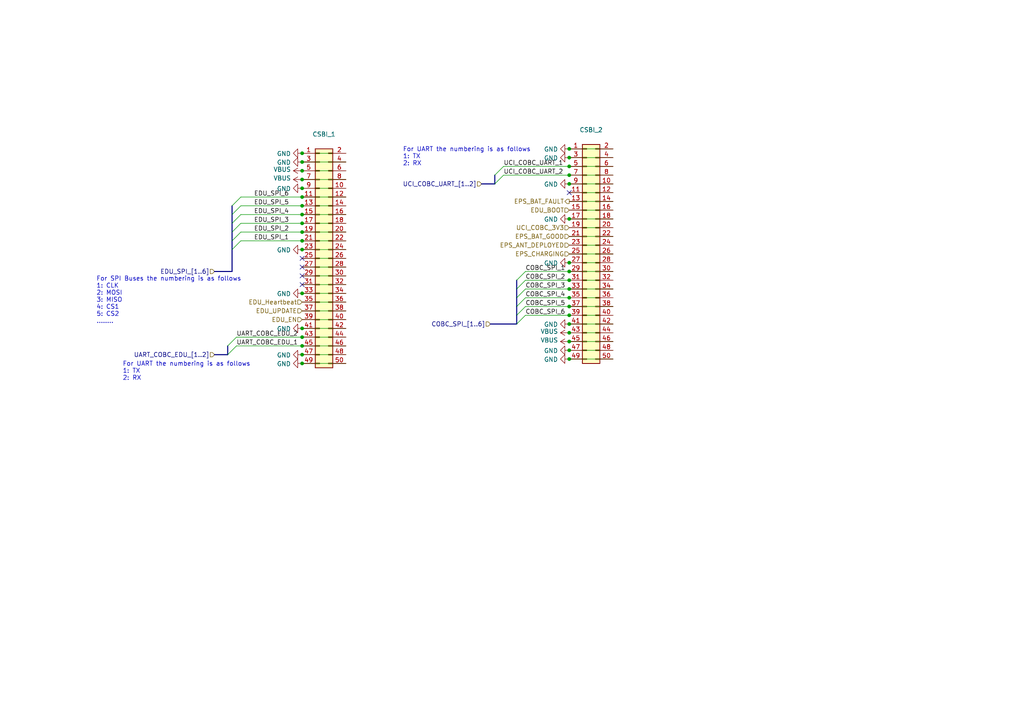
<source format=kicad_sch>
(kicad_sch (version 20211123) (generator eeschema)
  (paper "A4")
  (title_block (title "STS1_connectors") (date "21.02.2021") (rev "1.0") (company "TU Wien Space Team"))
  (lib_symbols
    (symbol "Connector_Generic:Conn_02x25_Odd_Even" (pin_names (offset 1.016) hide)
      (property "Reference" "J" (at 1.27 33.02 0))
      (property "Value" "Conn_02x25_Odd_Even" (at 1.27 -33.02 0))
      (symbol "Conn_02x25_Odd_Even_1_1"
        (rectangle (start -1.27 -30.353) (end 0 -30.607) (stroke (width 0.1524)))
        (rectangle (start -1.27 -27.813) (end 0 -28.067) (stroke (width 0.1524)))
        (rectangle (start -1.27 -25.273) (end 0 -25.527) (stroke (width 0.1524)))
        (rectangle (start -1.27 -22.733) (end 0 -22.987) (stroke (width 0.1524)))
        (rectangle (start -1.27 -20.193) (end 0 -20.447) (stroke (width 0.1524)))
        (rectangle (start -1.27 -17.653) (end 0 -17.907) (stroke (width 0.1524)))
        (rectangle (start -1.27 -15.113) (end 0 -15.367) (stroke (width 0.1524)))
        (rectangle (start -1.27 -12.573) (end 0 -12.827) (stroke (width 0.1524)))
        (rectangle (start -1.27 -10.033) (end 0 -10.287) (stroke (width 0.1524)))
        (rectangle (start -1.27 -7.493) (end 0 -7.747) (stroke (width 0.1524)))
        (rectangle (start -1.27 -4.953) (end 0 -5.207) (stroke (width 0.1524)))
        (rectangle (start -1.27 -2.413) (end 0 -2.667) (stroke (width 0.1524)))
        (rectangle (start -1.27 0.127) (end 0 -0.127) (stroke (width 0.1524)))
        (rectangle (start -1.27 2.667) (end 0 2.413) (stroke (width 0.1524)))
        (rectangle (start -1.27 5.207) (end 0 4.953) (stroke (width 0.1524)))
        (rectangle (start -1.27 7.747) (end 0 7.493) (stroke (width 0.1524)))
        (rectangle (start -1.27 10.287) (end 0 10.033) (stroke (width 0.1524)))
        (rectangle (start -1.27 12.827) (end 0 12.573) (stroke (width 0.1524)))
        (rectangle (start -1.27 15.367) (end 0 15.113) (stroke (width 0.1524)))
        (rectangle (start -1.27 17.907) (end 0 17.653) (stroke (width 0.1524)))
        (rectangle (start -1.27 20.447) (end 0 20.193) (stroke (width 0.1524)))
        (rectangle (start -1.27 22.987) (end 0 22.733) (stroke (width 0.1524)))
        (rectangle (start -1.27 25.527) (end 0 25.273) (stroke (width 0.1524)))
        (rectangle (start -1.27 28.067) (end 0 27.813) (stroke (width 0.1524)))
        (rectangle (start -1.27 30.607) (end 0 30.353) (stroke (width 0.1524)))
        (rectangle (start -1.27 31.75) (end 3.81 -31.75) (stroke (width 0.254)) (fill (type background)))
        (rectangle (start 3.81 -30.353) (end 2.54 -30.607) (stroke (width 0.1524)))
        (rectangle (start 3.81 -27.813) (end 2.54 -28.067) (stroke (width 0.1524)))
        (rectangle (start 3.81 -25.273) (end 2.54 -25.527) (stroke (width 0.1524)))
        (rectangle (start 3.81 -22.733) (end 2.54 -22.987) (stroke (width 0.1524)))
        (rectangle (start 3.81 -20.193) (end 2.54 -20.447) (stroke (width 0.1524)))
        (rectangle (start 3.81 -17.653) (end 2.54 -17.907) (stroke (width 0.1524)))
        (rectangle (start 3.81 -15.113) (end 2.54 -15.367) (stroke (width 0.1524)))
        (rectangle (start 3.81 -12.573) (end 2.54 -12.827) (stroke (width 0.1524)))
        (rectangle (start 3.81 -10.033) (end 2.54 -10.287) (stroke (width 0.1524)))
        (rectangle (start 3.81 -7.493) (end 2.54 -7.747) (stroke (width 0.1524)))
        (rectangle (start 3.81 -4.953) (end 2.54 -5.207) (stroke (width 0.1524)))
        (rectangle (start 3.81 -2.413) (end 2.54 -2.667) (stroke (width 0.1524)))
        (rectangle (start 3.81 0.127) (end 2.54 -0.127) (stroke (width 0.1524)))
        (rectangle (start 3.81 2.667) (end 2.54 2.413) (stroke (width 0.1524)))
        (rectangle (start 3.81 5.207) (end 2.54 4.953) (stroke (width 0.1524)))
        (rectangle (start 3.81 7.747) (end 2.54 7.493) (stroke (width 0.1524)))
        (rectangle (start 3.81 10.287) (end 2.54 10.033) (stroke (width 0.1524)))
        (rectangle (start 3.81 12.827) (end 2.54 12.573) (stroke (width 0.1524)))
        (rectangle (start 3.81 15.367) (end 2.54 15.113) (stroke (width 0.1524)))
        (rectangle (start 3.81 17.907) (end 2.54 17.653) (stroke (width 0.1524)))
        (rectangle (start 3.81 20.447) (end 2.54 20.193) (stroke (width 0.1524)))
        (rectangle (start 3.81 22.987) (end 2.54 22.733) (stroke (width 0.1524)))
        (rectangle (start 3.81 25.527) (end 2.54 25.273) (stroke (width 0.1524)))
        (rectangle (start 3.81 28.067) (end 2.54 27.813) (stroke (width 0.1524)))
        (rectangle (start 3.81 30.607) (end 2.54 30.353) (stroke (width 0.1524)))
        (pin passive line (at -5.08 30.48 0) (length 3.81) (name "Pin_1") (number "1"))
        (pin passive line (at 7.62 20.32 180) (length 3.81) (name "Pin_10") (number "10"))
        (pin passive line (at -5.08 17.78 0) (length 3.81) (name "Pin_11") (number "11"))
        (pin passive line (at 7.62 17.78 180) (length 3.81) (name "Pin_12") (number "12"))
        (pin passive line (at -5.08 15.24 0) (length 3.81) (name "Pin_13") (number "13"))
        (pin passive line (at 7.62 15.24 180) (length 3.81) (name "Pin_14") (number "14"))
        (pin passive line (at -5.08 12.7 0) (length 3.81) (name "Pin_15") (number "15"))
        (pin passive line (at 7.62 12.7 180) (length 3.81) (name "Pin_16") (number "16"))
        (pin passive line (at -5.08 10.16 0) (length 3.81) (name "Pin_17") (number "17"))
        (pin passive line (at 7.62 10.16 180) (length 3.81) (name "Pin_18") (number "18"))
        (pin passive line (at -5.08 7.62 0) (length 3.81) (name "Pin_19") (number "19"))
        (pin passive line (at 7.62 30.48 180) (length 3.81) (name "Pin_2") (number "2"))
        (pin passive line (at 7.62 7.62 180) (length 3.81) (name "Pin_20") (number "20"))
        (pin passive line (at -5.08 5.08 0) (length 3.81) (name "Pin_21") (number "21"))
        (pin passive line (at 7.62 5.08 180) (length 3.81) (name "Pin_22") (number "22"))
        (pin passive line (at -5.08 2.54 0) (length 3.81) (name "Pin_23") (number "23"))
        (pin passive line (at 7.62 2.54 180) (length 3.81) (name "Pin_24") (number "24"))
        (pin passive line (at -5.08 0 0) (length 3.81) (name "Pin_25") (number "25"))
        (pin passive line (at 7.62 0 180) (length 3.81) (name "Pin_26") (number "26"))
        (pin passive line (at -5.08 -2.54 0) (length 3.81) (name "Pin_27") (number "27"))
        (pin passive line (at 7.62 -2.54 180) (length 3.81) (name "Pin_28") (number "28"))
        (pin passive line (at -5.08 -5.08 0) (length 3.81) (name "Pin_29") (number "29"))
        (pin passive line (at -5.08 27.94 0) (length 3.81) (name "Pin_3") (number "3"))
        (pin passive line (at 7.62 -5.08 180) (length 3.81) (name "Pin_30") (number "30"))
        (pin passive line (at -5.08 -7.62 0) (length 3.81) (name "Pin_31") (number "31"))
        (pin passive line (at 7.62 -7.62 180) (length 3.81) (name "Pin_32") (number "32"))
        (pin passive line (at -5.08 -10.16 0) (length 3.81) (name "Pin_33") (number "33"))
        (pin passive line (at 7.62 -10.16 180) (length 3.81) (name "Pin_34") (number "34"))
        (pin passive line (at -5.08 -12.7 0) (length 3.81) (name "Pin_35") (number "35"))
        (pin passive line (at 7.62 -12.7 180) (length 3.81) (name "Pin_36") (number "36"))
        (pin passive line (at -5.08 -15.24 0) (length 3.81) (name "Pin_37") (number "37"))
        (pin passive line (at 7.62 -15.24 180) (length 3.81) (name "Pin_38") (number "38"))
        (pin passive line (at -5.08 -17.78 0) (length 3.81) (name "Pin_39") (number "39"))
        (pin passive line (at 7.62 27.94 180) (length 3.81) (name "Pin_4") (number "4"))
        (pin passive line (at 7.62 -17.78 180) (length 3.81) (name "Pin_40") (number "40"))
        (pin passive line (at -5.08 -20.32 0) (length 3.81) (name "Pin_41") (number "41"))
        (pin passive line (at 7.62 -20.32 180) (length 3.81) (name "Pin_42") (number "42"))
        (pin passive line (at -5.08 -22.86 0) (length 3.81) (name "Pin_43") (number "43"))
        (pin passive line (at 7.62 -22.86 180) (length 3.81) (name "Pin_44") (number "44"))
        (pin passive line (at -5.08 -25.4 0) (length 3.81) (name "Pin_45") (number "45"))
        (pin passive line (at 7.62 -25.4 180) (length 3.81) (name "Pin_46") (number "46"))
        (pin passive line (at -5.08 -27.94 0) (length 3.81) (name "Pin_47") (number "47"))
        (pin passive line (at 7.62 -27.94 180) (length 3.81) (name "Pin_48") (number "48"))
        (pin passive line (at -5.08 -30.48 0) (length 3.81) (name "Pin_49") (number "49"))
        (pin passive line (at -5.08 25.4 0) (length 3.81) (name "Pin_5") (number "5"))
        (pin passive line (at 7.62 -30.48 180) (length 3.81) (name "Pin_50") (number "50"))
        (pin passive line (at 7.62 25.4 180) (length 3.81) (name "Pin_6") (number "6"))
        (pin passive line (at -5.08 22.86 0) (length 3.81) (name "Pin_7") (number "7"))
        (pin passive line (at 7.62 22.86 180) (length 3.81) (name "Pin_8") (number "8"))
        (pin passive line (at -5.08 20.32 0) (length 3.81) (name "Pin_9") (number "9"))
      )
    )
    (symbol "power:GND" (power) (pin_names (offset 0))
      (property "Value" "GND" (at 0 -3.81 0))
      (symbol "GND_0_1"
        (polyline (pts (xy 0 0) (xy 0 -1.27) (xy 1.27 -1.27) (xy 0 -2.54) (xy -1.27 -1.27) (xy 0 -1.27)))
      )
      (symbol "GND_1_1"
        (pin power_in line (at 0 0 270) (length 0) hide (name "GND") (number "1"))
      )
    )
    (symbol "power:VBUS" (power) (pin_names (offset 0))
      (property "Value" "VBUS" (at 0 3.81 0))
      (symbol "VBUS_0_1"
        (polyline (pts (xy -0.762 1.27) (xy 0 2.54)))
        (polyline (pts (xy 0 0) (xy 0 2.54)))
        (polyline (pts (xy 0 2.54) (xy 0.762 1.27)))
      )
      (symbol "VBUS_1_1"
        (pin power_in line (at 0 0 90) (length 0) hide (name "VBUS") (number "1"))
      )
    )
  )
  (junction (at 165.1 88.9))
  (junction (at 165.1 104.14))
  (junction (at 87.63 57.15))
  (junction (at 165.1 63.5))
  (junction (at 165.1 76.2))
  (junction (at 87.63 69.85))
  (junction (at 87.63 105.41))
  (junction (at 87.63 100.33))
  (junction (at 87.63 102.87))
  (junction (at 165.1 86.36))
  (junction (at 165.1 53.34))
  (junction (at 87.63 67.31))
  (junction (at 165.1 43.18))
  (junction (at 165.1 91.44))
  (junction (at 165.1 45.72))
  (junction (at 165.1 78.74))
  (junction (at 87.63 46.99))
  (junction (at 165.1 99.06))
  (junction (at 87.63 52.07))
  (junction (at 87.63 64.77))
  (junction (at 87.63 85.09))
  (junction (at 165.1 96.52))
  (junction (at 87.63 59.69))
  (junction (at 165.1 83.82))
  (junction (at 165.1 101.6))
  (junction (at 87.63 95.25))
  (junction (at 165.1 48.26))
  (junction (at 87.63 54.61))
  (junction (at 165.1 81.28))
  (junction (at 87.63 97.79))
  (junction (at 87.63 62.23))
  (junction (at 87.63 44.45))
  (junction (at 87.63 49.53))
  (junction (at 165.1 50.8))
  (junction (at 165.1 93.98))
  (junction (at 87.63 72.39))
  (no_connect (at 87.63 80.01))
  (no_connect (at 87.63 77.47))
  (no_connect (at 165.1 55.88))
  (no_connect (at 87.63 74.93))
  (no_connect (at 87.63 82.55))
  (bus_entry (at 149.86 91.44) (size 2.54 -2.54))
  (bus_entry (at 67.31 62.23) (size 2.54 -2.54))
  (bus_entry (at 67.31 69.85) (size 2.54 -2.54))
  (bus_entry (at 66.04 102.87) (size 2.54 -2.54))
  (bus_entry (at 149.86 81.28) (size 2.54 -2.54))
  (bus_entry (at 67.31 67.31) (size 2.54 -2.54))
  (bus_entry (at 149.86 88.9) (size 2.54 -2.54))
  (bus_entry (at 66.04 100.33) (size 2.54 -2.54))
  (bus_entry (at 149.86 93.98) (size 2.54 -2.54))
  (bus_entry (at 143.51 50.8) (size 2.54 -2.54))
  (bus_entry (at 67.31 72.39) (size 2.54 -2.54))
  (bus_entry (at 67.31 64.77) (size 2.54 -2.54))
  (bus_entry (at 67.31 59.69) (size 2.54 -2.54))
  (bus_entry (at 149.86 83.82) (size 2.54 -2.54))
  (bus_entry (at 149.86 86.36) (size 2.54 -2.54))
  (bus_entry (at 143.51 53.34) (size 2.54 -2.54))
  (wire (pts (xy 87.63 46.99) (xy 100.33 46.99)))
  (wire (pts (xy 87.63 97.79) (xy 100.33 97.79)))
  (wire (pts (xy 87.63 72.39) (xy 100.33 72.39)))
  (wire (pts (xy 165.1 101.6) (xy 177.8 101.6)))
  (bus (pts (xy 67.31 69.85) (xy 67.31 72.39)))
  (bus (pts (xy 66.04 100.33) (xy 66.04 102.87)))
  (wire (pts (xy 165.1 93.98) (xy 177.8 93.98)))
  (wire (pts (xy 87.63 85.09) (xy 100.33 85.09)))
  (wire (pts (xy 87.63 90.17) (xy 100.33 90.17)))
  (wire (pts (xy 146.05 50.8) (xy 165.1 50.8)))
  (wire (pts (xy 165.1 86.36) (xy 177.8 86.36)))
  (bus (pts (xy 149.86 86.36) (xy 149.86 88.9)))
  (wire (pts (xy 165.1 86.36) (xy 152.4 86.36)))
  (wire (pts (xy 165.1 104.14) (xy 177.8 104.14)))
  (wire (pts (xy 165.1 66.04) (xy 177.8 66.04)))
  (wire (pts (xy 87.63 62.23) (xy 69.85 62.23)))
  (wire (pts (xy 165.1 50.8) (xy 177.8 50.8)))
  (wire (pts (xy 165.1 78.74) (xy 152.4 78.74)))
  (wire (pts (xy 165.1 73.66) (xy 177.8 73.66)))
  (wire (pts (xy 87.63 57.15) (xy 69.85 57.15)))
  (wire (pts (xy 87.63 82.55) (xy 100.33 82.55)))
  (wire (pts (xy 165.1 81.28) (xy 177.8 81.28)))
  (bus (pts (xy 149.86 83.82) (xy 149.86 86.36)))
  (wire (pts (xy 87.63 64.77) (xy 100.33 64.77)))
  (wire (pts (xy 87.63 62.23) (xy 100.33 62.23)))
  (wire (pts (xy 87.63 54.61) (xy 100.33 54.61)))
  (bus (pts (xy 67.31 72.39) (xy 67.31 78.74)))
  (wire (pts (xy 87.63 80.01) (xy 100.33 80.01)))
  (wire (pts (xy 87.63 59.69) (xy 69.85 59.69)))
  (wire (pts (xy 87.63 92.71) (xy 100.33 92.71)))
  (wire (pts (xy 165.1 88.9) (xy 152.4 88.9)))
  (wire (pts (xy 87.63 74.93) (xy 100.33 74.93)))
  (wire (pts (xy 87.63 100.33) (xy 100.33 100.33)))
  (wire (pts (xy 87.63 69.85) (xy 69.85 69.85)))
  (bus (pts (xy 67.31 64.77) (xy 67.31 67.31)))
  (bus (pts (xy 149.86 93.98) (xy 142.24 93.98)))
  (wire (pts (xy 165.1 81.28) (xy 152.4 81.28)))
  (wire (pts (xy 165.1 45.72) (xy 177.8 45.72)))
  (wire (pts (xy 87.63 95.25) (xy 100.33 95.25)))
  (wire (pts (xy 146.05 48.26) (xy 165.1 48.26)))
  (wire (pts (xy 87.63 69.85) (xy 100.33 69.85)))
  (bus (pts (xy 149.86 88.9) (xy 149.86 91.44)))
  (wire (pts (xy 87.63 67.31) (xy 100.33 67.31)))
  (bus (pts (xy 66.04 102.87) (xy 62.23 102.87)))
  (wire (pts (xy 87.63 77.47) (xy 100.33 77.47)))
  (bus (pts (xy 149.86 91.44) (xy 149.86 93.98)))
  (wire (pts (xy 165.1 58.42) (xy 177.8 58.42)))
  (wire (pts (xy 165.1 60.96) (xy 177.8 60.96)))
  (wire (pts (xy 165.1 83.82) (xy 177.8 83.82)))
  (wire (pts (xy 87.63 87.63) (xy 100.33 87.63)))
  (wire (pts (xy 165.1 55.88) (xy 177.8 55.88)))
  (wire (pts (xy 87.63 44.45) (xy 100.33 44.45)))
  (wire (pts (xy 87.63 67.31) (xy 69.85 67.31)))
  (wire (pts (xy 68.58 97.79) (xy 87.63 97.79)))
  (wire (pts (xy 87.63 64.77) (xy 69.85 64.77)))
  (wire (pts (xy 165.1 91.44) (xy 177.8 91.44)))
  (wire (pts (xy 165.1 71.12) (xy 177.8 71.12)))
  (wire (pts (xy 165.1 96.52) (xy 177.8 96.52)))
  (bus (pts (xy 67.31 59.69) (xy 67.31 62.23)))
  (bus (pts (xy 67.31 78.74) (xy 62.23 78.74)))
  (wire (pts (xy 165.1 83.82) (xy 152.4 83.82)))
  (bus (pts (xy 143.51 50.8) (xy 143.51 53.34)))
  (wire (pts (xy 165.1 53.34) (xy 177.8 53.34)))
  (bus (pts (xy 143.51 53.34) (xy 139.7 53.34)))
  (wire (pts (xy 87.63 52.07) (xy 100.33 52.07)))
  (wire (pts (xy 87.63 49.53) (xy 100.33 49.53)))
  (wire (pts (xy 165.1 99.06) (xy 177.8 99.06)))
  (wire (pts (xy 87.63 102.87) (xy 100.33 102.87)))
  (bus (pts (xy 149.86 81.28) (xy 149.86 83.82)))
  (bus (pts (xy 67.31 67.31) (xy 67.31 69.85)))
  (wire (pts (xy 165.1 91.44) (xy 152.4 91.44)))
  (wire (pts (xy 165.1 88.9) (xy 177.8 88.9)))
  (wire (pts (xy 87.63 105.41) (xy 100.33 105.41)))
  (wire (pts (xy 87.63 57.15) (xy 100.33 57.15)))
  (wire (pts (xy 165.1 78.74) (xy 177.8 78.74)))
  (wire (pts (xy 165.1 43.18) (xy 177.8 43.18)))
  (bus (pts (xy 67.31 62.23) (xy 67.31 64.77)))
  (wire (pts (xy 165.1 68.58) (xy 177.8 68.58)))
  (wire (pts (xy 68.58 100.33) (xy 87.63 100.33)))
  (wire (pts (xy 165.1 76.2) (xy 177.8 76.2)))
  (wire (pts (xy 165.1 48.26) (xy 177.8 48.26)))
  (wire (pts (xy 165.1 63.5) (xy 177.8 63.5)))
  (wire (pts (xy 87.63 59.69) (xy 100.33 59.69)))
  (text "For UART the numbering is as follows\n1: TX\n2: RX\n" (at 35.56 110.49 0) (effects (font (size 1.27 1.27)) (justify left bottom)))
  (text "For UART the numbering is as follows\n1: TX\n2: RX\n" (at 116.84 48.26 0) (effects (font (size 1.27 1.27)) (justify left bottom)))
  (text "For SPI Buses the numbering is as follows\n1: CLK\n2: MOSI\n3: MISO\n4: CS1\n5: CS2\n........" (at 27.94 93.98 0) (effects (font (size 1.27 1.27)) (justify left bottom)))
  (label "COBC_SPI_6" (at 152.4 91.44 0))
  (label "EDU_SPI_1" (at 73.66 69.85 0))
  (label "EDU_SPI_2" (at 73.66 67.31 0))
  (label "COBC_SPI_4" (at 152.4 86.36 0))
  (label "COBC_SPI_1" (at 152.4 78.74 0))
  (label "EDU_SPI_3" (at 73.66 64.77 0))
  (label "UCI_COBC_UART_2" (at 146.05 50.8 0))
  (label "EDU_SPI_4" (at 73.66 62.23 0))
  (label "EDU_SPI_6" (at 73.66 57.15 0))
  (label "EDU_SPI_5" (at 73.66 59.69 0))
  (label "COBC_SPI_2" (at 152.4 81.28 0))
  (label "COBC_SPI_3" (at 152.4 83.82 0))
  (label "UCI_COBC_UART_1" (at 146.05 48.26 0))
  (label "UART_COBC_EDU_2" (at 68.58 97.79 0))
  (label "UART_COBC_EDU_1" (at 68.58 100.33 0))
  (label "COBC_SPI_5" (at 152.4 88.9 0))
  (hierarchical_label "EDU_SPI_[1..6]" (shape input) (at 62.23 78.74 180))
  (hierarchical_label "UCI_COBC_3V3" (shape input) (at 165.1 66.04 180))
  (hierarchical_label "EPS_BAT_FAULT" (shape output) (at 165.1 58.42 180))
  (hierarchical_label "COBC_SPI_[1..6]" (shape input) (at 142.24 93.98 180))
  (hierarchical_label "EPS_ANT_DEPLOYED" (shape input) (at 165.1 71.12 180))
  (hierarchical_label "UCI_COBC_UART_[1..2]" (shape input) (at 139.7 53.34 180))
  (hierarchical_label "EDU_UPDATE" (shape input) (at 87.63 90.17 180))
  (hierarchical_label "EDU_EN" (shape input) (at 87.63 92.71 180))
  (hierarchical_label "EPS_CHARGING" (shape input) (at 165.1 73.66 180))
  (hierarchical_label "EDU_Heartbeat" (shape input) (at 87.63 87.63 180))
  (hierarchical_label "EDU_BOOT" (shape input) (at 165.1 60.96 180))
  (hierarchical_label "EPS_BAT_GOOD" (shape input) (at 165.1 68.58 180))
  (hierarchical_label "UART_COBC_EDU_[1..2]" (shape input) (at 62.23 102.87 180))
  (symbol (lib_id "Connector_Generic:Conn_02x25_Odd_Even") (at 92.71 74.93 0) (unit 1)
    (property "Reference" "CSBI_1" (at 93.98 38.9382 0))
  )
  (symbol (lib_id "Connector_Generic:Conn_02x25_Odd_Even") (at 170.18 73.66 0) (unit 1)
    (property "Reference" "CSBI_2" (at 171.45 37.6682 0))
  )
  (symbol (lib_id "power:GND") (at 87.63 44.45 270) (unit 1)
    (property "Reference" "#PWR0146" (effects hide))
  )
  (symbol (lib_id "power:GND") (at 87.63 46.99 270) (unit 1)
    (property "Reference" "#PWR0145" (effects hide))
  )
  (symbol (lib_id "power:VBUS") (at 87.63 49.53 90) (unit 1)
    (property "Reference" "#PWR0147" (effects hide))
  )
  (symbol (lib_id "power:VBUS") (at 87.63 52.07 90) (unit 1)
    (property "Reference" "#PWR0143" (effects hide))
  )
  (symbol (lib_id "power:GND") (at 87.63 54.61 270) (unit 1)
    (property "Reference" "#PWR0144" (effects hide))
  )
  (symbol (lib_id "power:GND") (at 87.63 85.09 270) (unit 1)
    (property "Reference" "#PWR0111" (effects hide))
  )
  (symbol (lib_id "power:GND") (at 87.63 102.87 270) (unit 1)
    (property "Reference" "#PWR0113" (effects hide))
  )
  (symbol (lib_id "power:GND") (at 87.63 105.41 270) (unit 1)
    (property "Reference" "#PWR0114" (effects hide))
  )
  (symbol (lib_id "power:GND") (at 165.1 43.18 270) (unit 1)
    (property "Reference" "#PWR0115" (effects hide))
  )
  (symbol (lib_id "power:GND") (at 165.1 45.72 270) (unit 1)
    (property "Reference" "#PWR0116" (effects hide))
  )
  (symbol (lib_id "power:GND") (at 165.1 104.14 270) (unit 1)
    (property "Reference" "#PWR0117" (effects hide))
  )
  (symbol (lib_id "power:GND") (at 165.1 101.6 270) (unit 1)
    (property "Reference" "#PWR0118" (effects hide))
  )
  (symbol (lib_id "power:GND") (at 165.1 76.2 270) (unit 1)
    (property "Reference" "#PWR0119" (effects hide))
  )
  (symbol (lib_id "power:GND") (at 165.1 63.5 270) (unit 1)
    (property "Reference" "#PWR0120" (effects hide))
  )
  (symbol (lib_id "power:GND") (at 165.1 93.98 270) (unit 1)
    (property "Reference" "#PWR0121" (effects hide))
  )
  (symbol (lib_id "power:VBUS") (at 165.1 96.52 90) (unit 1)
    (property "Reference" "#PWR0122" (effects hide))
  )
  (symbol (lib_id "power:VBUS") (at 165.1 99.06 90) (unit 1)
    (property "Reference" "#PWR0141" (effects hide))
  )
  (symbol (lib_id "power:GND") (at 87.63 72.39 270) (unit 1)
    (property "Reference" "#PWR0110" (effects hide))
  )
  (symbol (lib_id "power:GND") (at 87.63 95.25 270) (unit 1)
    (property "Reference" "#PWR0112" (effects hide))
  )
  (symbol (lib_id "power:GND") (at 165.1 53.34 270) (unit 1)
    (property "Reference" "#PWR0124" (effects hide))
  )
)
</source>
